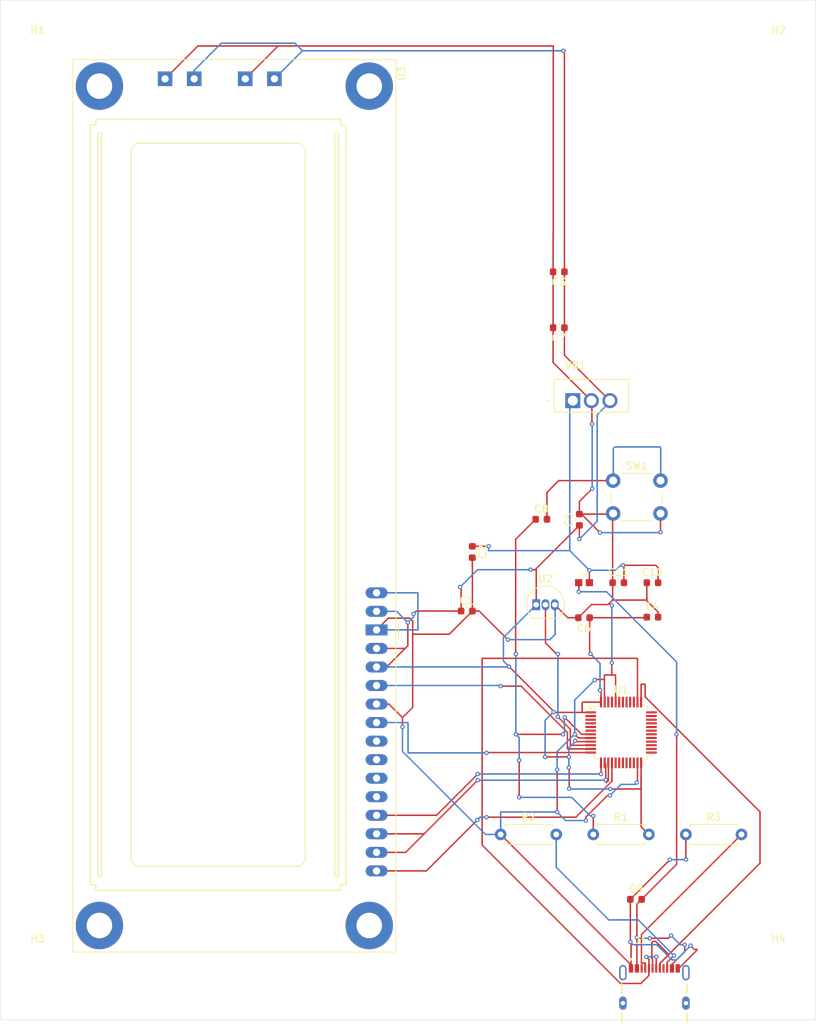
<source format=kicad_pcb>
(kicad_pcb (version 20240108) (generator "pcbnew") (generator_version "8.0")
  (layers (0 "F.Cu" signal) (31 "B.Cu" signal) (34 "B.Paste" user) (35 "F.Paste" user) (36 "B.SilkS" user "B.Silkscreen") (37 "F.SilkS" user "F.Silkscreen") (38 "B.Mask" user) (39 "F.Mask" user) (44 "Edge.Cuts" user))
  (net 0 "")
  (net 1 "5V")
  (net 2 "GND")
  (net 3 "USB_C")
  (net 4 "Net-(C8-Pad2)")
  (net 5 "NRST")
  (net 6 "+VUSB")
  (net 7 "/USB_CC1")
  (net 8 "DN")
  (net 12 "DP")
  (net 15 "/USB_CC2")
  (net 26 "E")
  (net 29 "D5")
  (net 34 "Temperature")
  (net 39 "D6")
  (net 46 "D4")
  (net 52 "RS")
  (footprint "Capacitor_SMD:C_0603_1608Metric" (layer "F.Cu") (at 127.095 102.4118)
    (property "Reference" "C10")
    (property "Value" "100nF")
  )
  (footprint "Capacitor_SMD:C_0603_1608Metric" (layer "F.Cu") (at 122.405 102.4118)
    (property "Reference" "C11")
    (property "Value" "4uF")
  )
  (footprint "Capacitor_SMD:C_0603_1608Metric" (layer "F.Cu") (at 124.835 145.79)
    (property "Reference" "C9")
    (property "Value" "100nF")
  )
  (footprint "Resistor_THT:R_Axial_DIN0207_L6.3mm_D2.5mm_P7.62mm_Horizontal" (layer "F.Cu") (at 118.98 136.9)
    (property "Reference" "R1")
    (property "Value" "10k")
  )
  (footprint "Capacitor_SMD:C_0603_1608Metric" (layer "F.Cu") (at 101.6318 106.293)
    (property "Reference" "C1")
    (property "Value" "100nF")
  )
  (footprint "Capacitor_SMD:C_0603_1608Metric" (layer "F.Cu") (at 114.2472 59.812 180)
    (property "Reference" "C3")
    (property "Value" "100nF")
  )
  (footprint "Resistor_THT:R_Axial_DIN0207_L6.3mm_D2.5mm_P7.62mm_Horizontal" (layer "F.Cu") (at 131.68 136.9)
    (property "Reference" "R3")
    (property "Value" "5k1")
  )
  (footprint "Package_TO_SOT_THT:TO-92_Inline" (layer "F.Cu") (at 111.1568 105.4294)
    (property "Reference" "U2")
    (property "Value" "LM35-LP")
  )
  (footprint "MountingHole:MountingHole_2.5mm" (layer "F.Cu") (at 144.38 154.68)
    (property "Reference" "H4")
    (property "Value" "MountingHole")
  )
  (footprint "Button_Switch_THT:SW_PUSH_6mm_H5mm" (layer "F.Cu") (at 121.699 88.422)
    (property "Reference" "SW1")
    (property "Value" "SW_Push")
  )
  (footprint "Capacitor_SMD:C_0603_1608Metric" (layer "F.Cu") (at 117.075 93.7832 90)
    (property "Reference" "C5")
    (property "Value" "100nF")
  )
  (footprint "Capacitor_SMD:C_0603_1608Metric" (layer "F.Cu") (at 114.2472 67.47255 180)
    (property "Reference" "C7")
    (property "Value" "100nF")
  )
  (footprint "MountingHole:MountingHole_2.5mm" (layer "F.Cu") (at 42.78 30.22)
    (property "Reference" "H1")
    (property "Value" "MountingHole")
  )
  (footprint "Package_QFP:LQFP-48_7x7mm_P0.5mm" (layer "F.Cu") (at 122.79 122.93)
    (property "Reference" "U1")
    (property "Value" "STM32F030C8Tx")
  )
  (footprint "Display:LCD-016N002L" (layer "F.Cu") (at 89.262 108.875 -90)
    (property "Reference" "U3")
    (property "Value" "LCD-016N002L")
  )
  (footprint "Library:TO255P1020X450X2000-3" (layer "F.Cu") (at 118.716 76.8015)
    (property "Reference" "VR1")
    (property "Value" "L7805")
  )
  (footprint "Capacitor_SMD:C_0603_1608Metric" (layer "F.Cu") (at 111.855 93.72)
    (property "Reference" "C8")
    (property "Value" "100nF")
  )
  (footprint "Library:GCT_USB4105-GF-A-060" (layer "F.Cu") (at 127.36 160.014)
    (property "Reference" "J1")
    (property "Value" "USB4105-GF-A-060")
    (fp_line (start -4.62 0.4) (end -4.62 -0.4) (stroke (width 0.01)) (layer "Edge.Cuts"))
    (fp_line (start -4.02 -0.4) (end -4.02 0.4) (stroke (width 0.01)) (layer "Edge.Cuts"))
    (fp_line (start 4.02 0.4) (end 4.02 -0.4) (stroke (width 0.01)) (layer "Edge.Cuts"))
    (fp_line (start 4.62 -0.4) (end 4.62 0.4) (stroke (width 0.01)) (layer "Edge.Cuts"))
    (fp_arc (start -4.62 -0.4) (mid -4.532132 -0.612132) (end -4.32 -0.7) (stroke (width 0.01)) (layer "Edge.Cuts"))
    (fp_arc (start -4.32 -0.7) (mid -4.107868 -0.612132) (end -4.02 -0.4) (stroke (width 0.01)) (layer "Edge.Cuts"))
    (fp_arc (start -4.32 0.7) (mid -4.532132 0.612132) (end -4.62 0.4) (stroke (width 0.01)) (layer "Edge.Cuts"))
    (fp_arc (start -4.02 0.4) (mid -4.107868 0.612132) (end -4.32 0.7) (stroke (width 0.01)) (layer "Edge.Cuts"))
    (fp_arc (start 4.02 -0.4) (mid 4.107868 -0.612132) (end 4.32 -0.7) (stroke (width 0.01)) (layer "Edge.Cuts"))
    (fp_arc (start 4.32 -0.7) (mid 4.532132 -0.612132) (end 4.62 -0.4) (stroke (width 0.01)) (layer "Edge.Cuts"))
    (fp_arc (start 4.32 0.7) (mid 4.107868 0.612132) (end 4.02 0.4) (stroke (width 0.01)) (layer "Edge.Cuts"))
    (fp_arc (start 4.62 0.4) (mid 4.532132 0.612132) (end 4.32 0.7) (stroke (width 0.01)) (layer "Edge.Cuts"))
  )
  (footprint "MountingHole:MountingHole_2.5mm" (layer "F.Cu") (at 42.78 154.68)
    (property "Reference" "H3")
    (property "Value" "MountingHole")
  )
  (footprint "Library:BEADC1608X75N" (layer "F.Cu") (at 117.71 102.4068)
    (property "Reference" "FL1")
    (property "Value" "BLM18KG121TN1D")
  )
  (footprint "MountingHole:MountingHole_2.5mm" (layer "F.Cu") (at 144.38 30.22)
    (property "Reference" "H2")
    (property "Value" "MountingHole")
  )
  (footprint "Resistor_THT:R_Axial_DIN0207_L6.3mm_D2.5mm_P7.62mm_Horizontal" (layer "F.Cu") (at 106.28 136.9)
    (property "Reference" "R2")
    (property "Value" "5k1" (hide yes))
  )
  (footprint "Capacitor_SMD:C_0603_1608Metric" (layer "F.Cu") (at 127.095 107.1312)
    (property "Reference" "C4")
    (property "Value" "100nF")
  )
  (footprint "Capacitor_SMD:C_0603_1608Metric" (layer "F.Cu") (at 102.3938 98.2028 -90)
    (property "Reference" "C2")
    (property "Value" "0.33uF" (hide yes))
  )
  (footprint "Capacitor_SMD:C_0603_1608Metric" (layer "F.Cu") (at 117.705 107.2074 180)
    (property "Reference" "C6")
    (property "Value" "100nF")
  )
  (gr_line (start 149.46 22.6) (end 37.7 22.6) (stroke (width 0.05)) (layer "Edge.Cuts"))
  (gr_line (start 37.7 162.3) (end 149.46 162.3) (stroke (width 0.05)) (layer "Edge.Cuts"))
  (gr_line (start 37.7 22.6) (end 37.7 162.3) (stroke (width 0.05)) (layer "Edge.Cuts"))
  (gr_line (start 149.46 162.3) (end 149.46 22.6) (stroke (width 0.05)) (layer "Edge.Cuts"))
  (segment (start 125.54 135.84) (end 126.6 136.9) (width 0.2) (layer "F.Cu") (net 1))
  (segment (start 118.48 112.0414) (end 118.48 107.2074) (width 0.2) (layer "F.Cu") (net 1))
  (segment (start 110.3694 100.6288) (end 111.0044 100.6288) (width 0.2) (layer "F.Cu") (net 1))
  (segment (start 113.585831 120.18) (end 113.5286 120.122769) (width 0.2) (layer "F.Cu") (net 1))
  (segment (start 117.456 120.18) (end 118.6275 120.18) (width 0.2) (layer "F.Cu") (net 1))
  (segment (start 120.04 118.7675) (end 117.5545 118.7675) (width 0.2) (layer "F.Cu") (net 1))
  (segment (start 113.70612 120.18) (end 113.585831 120.18) (width 0.2) (layer "F.Cu") (net 1))
  (segment (start 93.5546 111.0428) (end 93.1824 111.415) (width 0.2) (layer "F.Cu") (net 1))
  (segment (start 118.599 112.1604) (end 118.48 112.0414) (width 0.2) (layer "F.Cu") (net 1))
  (segment (start 117.075 94.5582) (end 111.1568 100.4764) (width 0.2) (layer "F.Cu") (net 1))
  (segment (start 115.0222 59.812) (end 115.0222 67.47255) (width 0.2) (layer "F.Cu") (net 1))
  (segment (start 117.456 118.866) (end 117.456 120.18) (width 0.2) (layer "F.Cu") (net 1))
  (segment (start 116.5908 124.18) (end 118.6275 124.18) (width 0.2) (layer "F.Cu") (net 1))
  (segment (start 115.0222 71.2456) (end 121.3422 77.5656) (width 0.2) (layer "F.Cu") (net 1))
  (segment (start 120.04 118.7675) (end 120.04 117.3002) (width 0.2) (layer "F.Cu") (net 1))
  (segment (start 93.5546 107.8678) (end 93.5546 111.0428) (width 0.2) (layer "F.Cu") (net 1))
  (segment (start 113.70612 120.18) (end 117.456 120.18) (width 0.2) (layer "F.Cu") (net 1))
  (segment (start 111.1568 100.4764) (end 111.1568 105.4294) (width 0.2) (layer "F.Cu") (net 1))
  (segment (start 115.0222 67.47255) (end 115.0222 71.2456) (width 0.2) (layer "F.Cu") (net 1))
  (segment (start 116.4908 124.08) (end 116.5908 124.18) (width 0.2) (layer "F.Cu") (net 1))
  (segment (start 120.04 117.3002) (end 119.904 117.1642) (width 0.2) (layer "F.Cu") (net 1))
  (segment (start 111.0044 100.6288) (end 111.1568 100.4764) (width 0.2) (layer "F.Cu") (net 1))
  (segment (start 125.54 128.8482) (end 125.54 135.84) (width 0.2) (layer "F.Cu") (net 1))
  (segment (start 115.0222 29.6658) (end 114.8906 29.5342) (width 0.2) (layer "F.Cu") (net 1))
  (segment (start 100.8568 106.293) (end 94.723 106.293) (width 0.2) (layer "F.Cu") (net 1))
  (segment (start 115.0222 59.812) (end 115.0222 29.6658) (width 0.2) (layer "F.Cu") (net 1))
  (segment (start 100.8568 103.1558) (end 100.7174 103.0164) (width 0.2) (layer "F.Cu") (net 1))
  (segment (start 125.54 127.0925) (end 125.54 128.8482) (width 0.2) (layer "F.Cu") (net 1))
  (segment (start 115.678 127.7814) (end 115.6272 127.7306) (width 0.2) (layer "F.Cu") (net 1))
  (segment (start 93.1824 111.415) (end 89.262 111.415) (width 0.2) (layer "F.Cu") (net 1))
  (segment (start 117.5545 118.7675) (end 117.456 118.866) (width 0.2) (layer "F.Cu") (net 1))
  (segment (start 125.54 128.8482) (end 125.54 130.672908) (width 0.2) (layer "F.Cu") (net 1))
  (segment (start 113.70612 120.18) (end 107.43106 113.90494) (width 0.2) (layer "F.Cu") (net 1))
  (segment (start 115.678 130.6262) (end 115.678 127.7814) (width 0.2) (layer "F.Cu") (net 1))
  (segment (start 125.54 130.672908) (end 121.312708 130.672908) (width 0.2) (layer "F.Cu") (net 1))
  (segment (start 90.6424 113.955) (end 93.1824 111.415) (width 0.2) (layer "F.Cu") (net 1))
  (segment (start 89.262 113.955) (end 90.6424 113.955) (width 0.2) (layer "F.Cu") (net 1))
  (segment (start 94.342 106.674) (end 94.335 106.674) (width 0.2) (layer "F.Cu") (net 1))
  (segment (start 94.723 106.293) (end 94.342 106.674) (width 0.2) (layer "F.Cu") (net 1))
  (segment (start 126.2438 107.2074) (end 126.32 107.1312) (width 0.2) (layer "F.Cu") (net 1))
  (segment (start 112.376 126.28) (end 115.6272 126.28) (width 0.2) (layer "F.Cu") (net 1))
  (segment (start 117.075 96.4378) (end 117.075 94.5582) (width 0.2) (layer "F.Cu") (net 1))
  (segment (start 100.8568 106.293) (end 100.8568 103.1558) (width 0.2) (layer "F.Cu") (net 1))
  (segment (start 118.48 107.2074) (end 126.2438 107.2074) (width 0.2) (layer "F.Cu") (net 1))
  (via (at 107.43106 113.90494) (size 0.6) (drill 0.3) (layers "F.Cu" "B.Cu") (net 1))
  (via (at 110.3694 100.6288) (size 0.6) (drill 0.3) (layers "F.Cu" "B.Cu") (net 1))
  (via (at 93.5546 107.8678) (size 0.6) (drill 0.3) (layers "F.Cu" "B.Cu") (net 1))
  (via (at 113.5286 120.122769) (size 0.6) (drill 0.3) (layers "F.Cu" "B.Cu") (net 1))
  (via (at 115.678 130.6262) (size 0.6) (drill 0.3) (layers "F.Cu" "B.Cu") (net 1))
  (via (at 118.599 112.1604) (size 0.6) (drill 0.3) (layers "F.Cu" "B.Cu") (net 1))
  (via (at 115.6272 126.28) (size 0.6) (drill 0.3) (layers "F.Cu" "B.Cu") (net 1))
  (via (at 116.4908 124.08) (size 0.6) (drill 0.3) (layers "F.Cu" "B.Cu") (net 1))
  (via (at 121.312708 130.672908) (size 0.6) (drill 0.3) (layers "F.Cu" "B.Cu") (net 1))
  (via (at 94.335 106.674) (size 0.6) (drill 0.3) (layers "F.Cu" "B.Cu") (net 1))
  (via (at 117.075 96.4378) (size 0.6) (drill 0.3) (layers "F.Cu" "B.Cu") (net 1))
  (via (at 114.8906 29.5342) (size 0.6) (drill 0.3) (layers "F.Cu" "B.Cu") (net 1))
  (via (at 119.904 117.1642) (size 0.6) (drill 0.3) (layers "F.Cu" "B.Cu") (net 1))
  (via (at 112.376 126.28) (size 0.6) (drill 0.3) (layers "F.Cu" "B.Cu") (net 1))
  (via (at 115.6272 127.7306) (size 0.6) (drill 0.3) (layers "F.Cu" "B.Cu") (net 1))
  (via (at 100.7174 103.0164) (size 0.6) (drill 0.3) (layers "F.Cu" "B.Cu") (net 1))
  (segment (start 94.335 106.674) (end 94.335 107.0874) (width 0.2) (layer "B.Cu") (net 1))
  (segment (start 106.661 109.9252) (end 106.661 113.13488) (width 0.2) (layer "B.Cu") (net 1))
  (segment (start 92.0218 106.335) (end 93.5546 107.8678) (width 0.2) (layer "B.Cu") (net 1))
  (segment (start 121.312708 130.672908) (end 115.724708 130.672908) (width 0.2) (layer "B.Cu") (net 1))
  (segment (start 89.262 106.335) (end 92.0218 106.335) (width 0.2) (layer "B.Cu") (net 1))
  (segment (start 64.262 33.375) (end 64.262 32.2076) (width 0.2) (layer "B.Cu") (net 1))
  (segment (start 119.904 113.4654) (end 119.904 117.1642) (width 0.2) (layer "B.Cu") (net 1))
  (segment (start 119.5134 90.3672) (end 119.5134 93.9994) (width 0.2) (layer "B.Cu") (net 1))
  (segment (start 111.1568 105.4294) (end 106.661 109.9252) (width 0.2) (layer "B.Cu") (net 1))
  (segment (start 115.724708 130.672908) (end 115.678 130.6262) (width 0.2) (layer "B.Cu") (net 1))
  (segment (start 121.3422 77.5656) (end 119.5134 79.3944) (width 0.2) (layer "B.Cu") (net 1))
  (segment (start 113.5286 120.122769) (end 112.376 121.275369) (width 0.2) (layer "B.Cu") (net 1))
  (segment (start 118.599 112.1604) (end 119.904 113.4654) (width 0.2) (layer "B.Cu") (net 1))
  (segment (start 107.381 113.955) (end 89.262 113.955) (width 0.2) (layer "B.Cu") (net 1))
  (segment (start 119.5134 93.9994) (end 117.075 96.4378) (width 0.2) (layer "B.Cu") (net 1))
  (segment (start 112.376 121.275369) (end 112.376 126.28) (width 0.2) (layer "B.Cu") (net 1))
  (segment (start 115.6272 125.0382) (end 116.4908 124.1746) (width 0.2) (layer "B.Cu") (net 1))
  (segment (start 115.6272 127.7306) (end 115.6272 125.0382) (width 0.2) (layer "B.Cu") (net 1))
  (segment (start 119.5134 79.3944) (end 119.5134 90.3672) (width 0.2) (layer "B.Cu") (net 1))
  (segment (start 116.4908 124.1746) (end 116.4908 124.08) (width 0.2) (layer "B.Cu") (net 1))
  (segment (start 67.9768 28.4928) (end 78.0614 28.4928) (width 0.2) (layer "B.Cu") (net 1))
  (segment (start 78.0614 28.4928) (end 79.1028 29.5342) (width 0.2) (layer "B.Cu") (net 1))
  (segment (start 103.105 100.6288) (end 100.7174 103.0164) (width 0.2) (layer "B.Cu") (net 1))
  (segment (start 94.335 107.0874) (end 93.5546 107.8678) (width 0.2) (layer "B.Cu") (net 1))
  (segment (start 110.3694 100.6288) (end 103.105 100.6288) (width 0.2) (layer "B.Cu") (net 1))
  (segment (start 106.661 113.13488) (end 107.43106 113.90494) (width 0.2) (layer "B.Cu") (net 1))
  (segment (start 114.8906 29.5342) (end 79.1028 29.5342) (width 0.2) (layer "B.Cu") (net 1))
  (segment (start 107.43106 113.90494) (end 107.381 113.955) (width 0.2) (layer "B.Cu") (net 1))
  (segment (start 79.1028 29.5342) (end 75.262 33.375) (width 0.2) (layer "B.Cu") (net 1))
  (segment (start 64.262 32.2076) (end 67.9768 28.4928) (width 0.2) (layer "B.Cu") (net 1))
  (segment (start 126.346 104.515) (end 126.32 104.489) (width 0.2) (layer "F.Cu") (net 2))
  (segment (start 129.4702 140.3798) (end 129.4702 140.3544) (width 0.2) (layer "F.Cu") (net 2))
  (segment (start 120.54 118.7675) (end 120.54 117.99759) (width 0.2) (layer "F.Cu") (net 2))
  (segment (start 131.7054 140.0496) (end 131.68 140.0242) (width 0.2) (layer "F.Cu") (net 2))
  (segment (start 90.8692 107.2678) (end 93.803129 107.2678) (width 0.2) (layer "F.Cu") (net 2))
  (segment (start 117.964 134.995) (end 117.964 134.527471) (width 0.2) (layer "F.Cu") (net 2))
  (segment (start 118.7922 80.2734) (end 118.7922 77.5656) (width 0.2) (layer "F.Cu") (net 2))
  (segment (start 124.16 151.732) (end 124.06 151.632) (width 0.2) (layer "F.Cu") (net 2))
  (segment (start 128.199 95.4968) (end 128.199 92.922) (width 0.2) (layer "F.Cu") (net 2))
  (segment (start 114.027 128.0196) (end 114.027 133.8266) (width 0.2) (layer "F.Cu") (net 2))
  (segment (start 118.8022 80.6644) (end 118.8022 80.2834) (width 0.2) (layer "F.Cu") (net 2))
  (segment (start 126.2274 104.786) (end 126.346 104.6674) (width 0.2) (layer "F.Cu") (net 2))
  (segment (start 117.964 134.527471) (end 120.925471 131.566) (width 0.2) (layer "F.Cu") (net 2))
  (segment (start 113.4936 28.8738) (end 75.7632 28.8738) (width 0.2) (layer "F.Cu") (net 2))
  (segment (start 117.075 93.0082) (end 117.075 91.2816) (width 0.2) (layer "F.Cu") (net 2))
  (segment (start 102.4068 106.293) (end 102.4068 100.1846) (width 0.2) (layer "F.Cu") (net 2))
  (segment (start 113.4722 54.564741) (end 113.4936 54.543341) (width 0.2) (layer "F.Cu") (net 2))
  (segment (start 117.075 93.0082) (end 117.3538 93.0082) (width 0.2) (layer "F.Cu") (net 2))
  (segment (start 116.93 107.2074) (end 115.4748 107.2074) (width 0.2) (layer "F.Cu") (net 2))
  (segment (start 125.04 129.688) (end 125.04 127.0925) (width 0.2) (layer "F.Cu") (net 2))
  (segment (start 130.56 155.395) (end 133.204 152.751) (width 0.2) (layer "F.Cu") (net 2))
  (segment (start 117.3538 93.0082) (end 119.8944 95.5488) (width 0.2) (layer "F.Cu") (net 2))
  (segment (start 107.261 110.209765) (end 103.344235 106.293) (width 0.2) (layer "F.Cu") (net 2))
  (segment (start 131.68 140.0242) (end 131.68 136.9) (width 0.2) (layer "F.Cu") (net 2))
  (segment (start 133.204 152.751) (end 133.204 152.648) (width 0.2) (layer "F.Cu") (net 2))
  (segment (start 64.7632 28.8738) (end 75.7632 28.8738) (width 0.2) (layer "F.Cu") (net 2))
  (segment (start 113.4722 59.812) (end 113.4722 67.47255) (width 0.2) (layer "F.Cu") (net 2))
  (segment (start 121.63 92.991) (end 121.699 92.922) (width 0.2) (layer "F.Cu") (net 2))
  (segment (start 124.06 145.79) (end 124.06 151.632) (width 0.2) (layer "F.Cu") (net 2))
  (segment (start 120.925471 131.566) (end 121.266 131.566) (width 0.2) (layer "F.Cu") (net 2))
  (segment (start 92.818 120.898) (end 90.955 119.035) (width 0.2) (layer "F.Cu") (net 2))
  (segment (start 124.06 145.79) (end 129.4702 140.3798) (width 0.2) (layer "F.Cu") (net 2))
  (segment (start 131.7054 140.329) (end 131.7054 140.0496) (width 0.2) (layer "F.Cu") (net 2))
  (segment (start 94.215 119.501) (end 92.818 120.898) (width 0.2) (layer "F.Cu") (net 2))
  (segment (start 94.215 109.468) (end 94.215 119.501) (width 0.2) (layer "F.Cu") (net 2))
  (segment (start 113.4722 67.47255) (end 113.4722 72.2456) (width 0.2) (layer "F.Cu") (net 2))
  (segment (start 93.803129 107.2678) (end 94.215 107.679671) (width 0.2) (layer "F.Cu") (net 2))
  (segment (start 102.4068 106.293) (end 99.2318 109.468) (width 0.2) (layer "F.Cu") (net 2))
  (segment (start 121.52 105.531) (end 121.428982 105.531) (width 0.2) (layer "F.Cu") (net 2))
  (segment (start 99.2318 109.468) (end 94.215 109.468) (width 0.2) (layer "F.Cu") (net 2))
  (segment (start 120.54 117.99759) (end 120.504 117.96159) (width 0.2) (layer "F.Cu") (net 2))
  (segment (start 116.939329 123.68) (end 116.443329 123.184) (width 0.2) (layer "F.Cu") (net 2))
  (segment (start 118.7334 105.404) (end 121.012 105.404) (width 0.2) (layer "F.Cu") (net 2))
  (segment (start 116.443329 123.184) (end 116.434635 123.184) (width 0.2) (layer "F.Cu") (net 2))
  (segment (start 118.6275 123.68) (end 116.939329 123.68) (width 0.2) (layer "F.Cu") (net 2))
  (segment (start 121.012 105.404) (end 121.156991 105.259009) (width 0.2) (layer "F.Cu") (net 2))
  (segment (start 113.4722 72.2456) (end 118.7922 77.5656) (width 0.2) (layer "F.Cu") (net 2))
  (segment (start 128.2002 95.498) (end 128.199 95.4968) (width 0.2) (layer "F.Cu") (net 2))
  (segment (start 119.1832 115.7418) (end 119.2594 115.6656) (width 0.2) (layer "F.Cu") (net 2))
  (segment (start 90.955 119.035) (end 89.262 119.035) (width 0.2) (layer "F.Cu") (net 2))
  (segment (start 124.94 129.788) (end 125.04 129.688) (width 0.2) (layer "F.Cu") (net 2))
  (segment (start 133.204 152.648) (end 132.823 152.648) (width 0.2) (layer "F.Cu") (net 2))
  (segment (start 120.504 117.96159) (end 120.504 115.6656) (width 0.2) (layer "F.Cu") (net 2))
  (segment (start 126.32 104.489) (end 126.32 102.4118) (width 0.2) (layer "F.Cu") (net 2))
  (segment (start 132.823 152.648) (end 132.315 152.14) (width 0.2) (layer "F.Cu") (net 2))
  (segment (start 115.4748 107.2074) (end 113.6968 105.4294) (width 0.2) (layer "F.Cu") (net 2))
  (segment (start 122.04 115.576) (end 122.04 118.7675) (width 0.2) (layer "F.Cu") (net 2))
  (segment (start 103.344235 106.293) (end 102.4068 106.293) (width 0.2) (layer "F.Cu") (net 2))
  (segment (start 117.075 93.0082) (end 121.6128 93.0082) (width 0.2) (layer "F.Cu") (net 2))
  (segment (start 127.87 106.4286) (end 127.87 107.1312) (width 0.2) (layer "F.Cu") (net 2))
  (segment (start 120.504 115.6656) (end 120.504 115.056) (width 0.2) (layer "F.Cu") (net 2))
  (segment (start 126.2274 104.786) (end 127.87 106.4286) (width 0.2) (layer "F.Cu") (net 2))
  (segment (start 119.2594 115.6656) (end 120.504 115.6656) (width 0.2) (layer "F.Cu") (net 2))
  (segment (start 94.215 107.679671) (end 94.215 109.468) (width 0.2) (layer "F.Cu") (net 2))
  (segment (start 121.63 104.786) (end 121.63 102.4118) (width 0.2) (layer "F.Cu") (net 2))
  (segment (start 75.7632 28.8738) (end 71.262 33.375) (width 0.2) (layer "F.Cu") (net 2))
  (segment (start 116.93 107.2074) (end 118.7334 105.404) (width 0.2) (layer "F.Cu") (net 2))
  (segment (start 102.3938 100.1716) (end 102.3938 98.9778) (width 0.2) (layer "F.Cu") (net 2))
  (segment (start 120.504 115.056) (end 121.52 115.056) (width 0.2) (layer "F.Cu") (net 2))
  (segment (start 121.63 102.4118) (end 121.63 92.991) (width 0.2) (layer "F.Cu") (net 2))
  (segment (start 89.262 108.875) (end 90.8692 107.2678) (width 0.2) (layer "F.Cu") (net 2))
  (segment (start 102.4068 100.1846) (end 102.3938 100.1716) (width 0.2) (layer "F.Cu") (net 2))
  (segment (start 60.262 33.375) (end 64.7632 28.8738) (width 0.2) (layer "F.Cu") (net 2))
  (segment (start 124.16 155.395) (end 124.16 154.78) (width 0.2) (layer "F.Cu") (net 2))
  (segment (start 121.52 115.056) (end 121.52 113.37) (width 0.2) (layer "F.Cu") (net 2))
  (segment (start 126.346 104.6674) (end 126.346 104.515) (width 0.2) (layer "F.Cu") (net 2))
  (segment (start 124.16 155.395) (end 124.16 151.732) (width 0.2) (layer "F.Cu") (net 2))
  (segment (start 113.4936 54.543341) (end 113.4936 28.8738) (width 0.2) (layer "F.Cu") (net 2))
  (segment (start 118.8022 80.2834) (end 118.7922 80.2734) (width 0.2) (layer "F.Cu") (net 2))
  (segment (start 122.028 115.056) (end 122.028 115.564) (width 0.2) (layer "F.Cu") (net 2))
  (segment (start 121.6128 93.0082) (end 121.699 92.922) (width 0.2) (layer "F.Cu") (net 2))
  (segment (start 121.63 104.786) (end 126.2274 104.786) (width 0.2) (layer "F.Cu") (net 2))
  (segment (start 117.075 91.2816) (end 118.8276 89.529) (width 0.2) (layer "F.Cu") (net 2))
  (segment (start 124.16 154.78) (end 106.28 136.9) (width 0.2) (layer "F.Cu") (net 2))
  (segment (start 92.818 122.175) (end 92.818 120.898) (width 0.2) (layer "F.Cu") (net 2))
  (segment (start 122.028 115.564) (end 122.04 115.576) (width 0.2) (layer "F.Cu") (net 2))
  (segment (start 113.4722 59.812) (end 113.4722 54.564741) (width 0.2) (layer "F.Cu") (net 2))
  (segment (start 121.52 115.056) (end 122.028 115.056) (width 0.2) (layer "F.Cu") (net 2))
  (segment (start 121.428982 105.531) (end 121.156991 105.259009) (width 0.2) (layer "F.Cu") (net 2))
  (segment (start 121.156991 105.259009) (end 121.63 104.786) (width 0.2) (layer "F.Cu") (net 2))
  (via (at 129.4702 140.3544) (size 0.6) (drill 0.3) (layers "F.Cu" "B.Cu") (net 2))
  (via (at 116.434635 123.184) (size 0.6) (drill 0.3) (layers "F.Cu" "B.Cu") (net 2))
  (via (at 128.2002 95.498) (size 0.6) (drill 0.3) (layers "F.Cu" "B.Cu") (net 2))
  (via (at 132.315 152.14) (size 0.6) (drill 0.3) (layers "F.Cu" "B.Cu") (net 2))
  (via (at 121.266 131.566) (size 0.6) (drill 0.3) (layers "F.Cu" "B.Cu") (net 2))
  (via (at 114.027 128.0196) (size 0.6) (drill 0.3) (layers "F.Cu" "B.Cu") (net 2))
  (via (at 119.1832 115.7418) (size 0.6) (drill 0.3) (layers "F.Cu" "B.Cu") (net 2))
  (via (at 132.315 152.14) (size 0.6) (drill 0.3) (layers "F.Cu" "B.Cu") (net 2))
  (via (at 124.94 129.788) (size 0.6) (drill 0.3) (layers "F.Cu" "B.Cu") (net 2))
  (via (at 121.52 105.531) (size 0.6) (drill 0.3) (layers "F.Cu" "B.Cu") (net 2))
  (via (at 114.027 133.8266) (size 0.6) (drill 0.3) (layers "F.Cu" "B.Cu") (net 2))
  (via (at 131.7054 140.329) (size 0.6) (drill 0.3) (layers "F.Cu" "B.Cu") (net 2))
  (via (at 119.8944 95.5488) (size 0.6) (drill 0.3) (layers "F.Cu" "B.Cu") (net 2))
  (via (at 124.06 151.632) (size 0.6) (drill 0.3) (layers "F.Cu" "B.Cu") (net 2))
  (via (at 118.8022 80.6644) (size 0.6) (drill 0.3) (layers "F.Cu" "B.Cu") (net 2))
  (via (at 118.8276 89.529) (size 0.6) (drill 0.3) (layers "F.Cu" "B.Cu") (net 2))
  (via (at 92.818 122.175) (size 0.6) (drill 0.3) (layers "F.Cu" "B.Cu") (net 2))
  (via (at 107.261 110.209765) (size 0.6) (drill 0.3) (layers "F.Cu" "B.Cu") (net 2))
  (via (at 117.964 134.995) (size 0.6) (drill 0.3) (layers "F.Cu" "B.Cu") (net 2))
  (via (at 121.52 113.37) (size 0.6) (drill 0.3) (layers "F.Cu" "B.Cu") (net 2))
  (segment (start 129.4702 140.3544) (end 131.553 140.3544) (width 0.2) (layer "B.Cu") (net 2))
  (segment (start 113.7476 105.7052) (end 113.7476 109.4934) (width 0.2) (layer "B.Cu") (net 2))
  (segment (start 94.935 108.8926) (end 94.9174 108.875) (width 0.2) (layer "B.Cu") (net 2))
  (segment (start 121.266 131.566) (end 121.268145 131.566) (width 0.2) (layer "B.Cu") (net 2))
  (segment (start 104.190315 136.9) (end 92.818 125.527685) (width 0.2) (layer "B.Cu") (net 2))
  (segment (start 116.3892 123.184) (end 114.4932 125.08) (width 0.2) (layer "B.Cu") (net 2))
  (segment (start 106.28 133.852) (end 106.28 136.9) (width 0.2) (layer "B.Cu") (net 2))
  (segment (start 106.3054 133.8266) (end 106.28 133.852) (width 0.2) (layer "B.Cu") (net 2))
  (segment (start 115.1954 134.995) (end 117.964 134.995) (width 0.2) (layer "B.Cu") (net 2))
  (segment (start 124.686 130.042) (end 124.94 129.788) (width 0.2) (layer "B.Cu") (net 2))
  (segment (start 94.935 103.795) (end 94.935 108.8926) (width 0.2) (layer "B.Cu") (net 2))
  (segment (start 131.6546 140.456) (end 131.7054 140.4052) (width 0.2) (layer "B.Cu") (net 2))
  (segment (start 122.792145 130.042) (end 124.686 130.042) (width 0.2) (layer "B.Cu") (net 2))
  (segment (start 116.434635 123.184) (end 116.434635 118.490365) (width 0.2) (layer "B.Cu") (net 2))
  (segment (start 94.9174 108.875) (end 89.262 108.875) (width 0.2) (layer "B.Cu") (net 2))
  (segment (start 130.362135 154.092865) (end 132.315 152.14) (width 0.2) (layer "B.Cu") (net 2))
  (segment (start 118.8276 89.529) (end 118.8276 80.6898) (width 0.2) (layer "B.Cu") (net 2))
  (segment (start 121.268145 131.566) (end 122.792145 130.042) (width 0.2) (layer "B.Cu") (net 2))
  (segment (start 89.262 103.795) (end 94.935 103.795) (width 0.2) (layer "B.Cu") (net 2))
  (segment (start 92.818 125.527685) (end 92.818 122.175) (width 0.2) (layer "B.Cu") (net 2))
  (segment (start 121.52 105.548991) (end 121.52 105.531) (width 0.2) (layer "B.Cu") (net 2))
  (segment (start 132.315 152.267) (end 132.315 152.14) (width 0.2) (layer "B.Cu") (net 2))
  (segment (start 131.553 140.3544) (end 131.6546 140.456) (width 0.2) (layer "B.Cu") (net 2))
  (segment (start 124.441 152.013) (end 127.707271 152.013) (width 0.2) (layer "B.Cu") (net 2))
  (segment (start 128.1494 95.5488) (end 128.2002 95.498) (width 0.2) (layer "B.Cu") (net 2))
  (segment (start 114.027 125.5462) (end 114.027 128.0196) (width 0.2) (layer "B.Cu") (net 2))
  (segment (start 114.027 133.8266) (end 115.1954 134.995) (width 0.2) (layer "B.Cu") (net 2))
  (segment (start 118.8276 80.6898) (end 118.8022 80.6644) (width 0.2) (layer "B.Cu") (net 2))
  (segment (start 113.031235 110.209765) (end 107.261 110.209765) (width 0.2) (layer "B.Cu") (net 2))
  (segment (start 114.4932 125.08) (end 114.027 125.5462) (width 0.2) (layer "B.Cu") (net 2))
  (segment (start 127.707271 152.013) (end 129.787136 154.092865) (width 0.2) (layer "B.Cu") (net 2))
  (segment (start 113.6968 105.6544) (end 113.7476 105.7052) (width 0.2) (layer "B.Cu") (net 2))
  (segment (start 116.434635 123.184) (end 116.3892 123.184) (width 0.2) (layer "B.Cu") (net 2))
  (segment (start 113.6968 105.4294) (end 113.6968 105.6544) (width 0.2) (layer "B.Cu") (net 2))
  (segment (start 121.52 113.37) (end 121.52 105.548991) (width 0.2) (layer "B.Cu") (net 2))
  (segment (start 119.8944 95.5488) (end 128.1494 95.5488) (width 0.2) (layer "B.Cu") (net 2))
  (segment (start 129.787136 154.092865) (end 130.362135 154.092865) (width 0.2) (layer "B.Cu") (net 2))
  (segment (start 113.7476 109.4934) (end 113.031235 110.209765) (width 0.2) (layer "B.Cu") (net 2))
  (segment (start 106.28 136.9) (end 104.190315 136.9) (width 0.2) (layer "B.Cu") (net 2))
  (segment (start 116.434635 118.490365) (end 119.1832 115.7418) (width 0.2) (layer "B.Cu") (net 2))
  (segment (start 114.027 133.8266) (end 106.3054 133.8266) (width 0.2) (layer "B.Cu") (net 2))
  (segment (start 131.7054 140.4052) (end 131.7054 140.329) (width 0.2) (layer "B.Cu") (net 2))
  (segment (start 124.06 151.632) (end 124.441 152.013) (width 0.2) (layer "B.Cu") (net 2))
  (segment (start 123.18 100.1298) (end 123.0694 100.0192) (width 0.2) (layer "F.Cu") (net 3))
  (segment (start 118.4466 102.4052) (end 118.445 102.4068) (width 0.2) (layer "F.Cu") (net 3))
  (segment (start 127.87 100.3494) (end 127.5398 100.0192) (width 0.2) (layer "F.Cu") (net 3))
  (segment (start 127.5398 100.0192) (end 123.0694 100.0192) (width 0.2) (layer "F.Cu") (net 3))
  (segment (start 127.87 102.4118) (end 127.87 100.3494) (width 0.2) (layer "F.Cu") (net 3))
  (segment (start 123.18 102.4118) (end 123.18 100.1298) (width 0.2) (layer "F.Cu") (net 3))
  (segment (start 118.4466 100.705) (end 118.4466 102.4052) (width 0.2) (layer "F.Cu") (net 3))
  (segment (start 104.6042 97.4278) (end 104.629 97.403) (width 0.2) (layer "F.Cu") (net 3))
  (segment (start 102.3938 97.4278) (end 104.6042 97.4278) (width 0.2) (layer "F.Cu") (net 3))
  (via (at 118.4466 100.705) (size 0.6) (drill 0.3) (layers "F.Cu" "B.Cu") (net 3))
  (via (at 104.629 97.403) (size 0.6) (drill 0.3) (layers "F.Cu" "B.Cu") (net 3))
  (via (at 123.0694 100.0192) (size 0.6) (drill 0.3) (layers "F.Cu" "B.Cu") (net 3))
  (segment (start 122.7392 100.0192) (end 122.0534 100.705) (width 0.2) (layer "B.Cu") (net 3))
  (segment (start 104.629 97.403) (end 104.629 97.9872) (width 0.2) (layer "B.Cu") (net 3))
  (segment (start 115.7542 98.0126) (end 104.6036 98.0126) (width 0.2) (layer "B.Cu") (net 3))
  (segment (start 123.0694 100.0192) (end 122.7392 100.0192) (width 0.2) (layer "B.Cu") (net 3))
  (segment (start 115.7542 98.0126) (end 118.4466 100.705) (width 0.2) (layer "B.Cu") (net 3))
  (segment (start 116.2422 77.5656) (end 115.7542 78.0536) (width 0.2) (layer "B.Cu") (net 3))
  (segment (start 122.0534 100.705) (end 118.4466 100.705) (width 0.2) (layer "B.Cu") (net 3))
  (segment (start 115.7542 78.0536) (end 115.7542 98.0126) (width 0.2) (layer "B.Cu") (net 3))
  (segment (start 104.629 97.9872) (end 104.6036 98.0126) (width 0.2) (layer "B.Cu") (net 3))
  (segment (start 112.63 90.037) (end 114.2556 88.4114) (width 0.2) (layer "F.Cu") (net 4))
  (segment (start 114.2662 88.422) (end 121.699 88.422) (width 0.2) (layer "F.Cu") (net 4))
  (segment (start 112.63 93.72) (end 112.63 90.037) (width 0.2) (layer "F.Cu") (net 4))
  (segment (start 114.2556 88.4114) (end 114.2662 88.422) (width 0.2) (layer "F.Cu") (net 4))
  (segment (start 121.9288 83.814) (end 121.7244 84.0184) (width 0.2) (layer "B.Cu") (net 4))
  (segment (start 128.2244 83.9168) (end 128.1216 83.814) (width 0.2) (layer "B.Cu") (net 4))
  (segment (start 121.7244 84.0184) (end 121.7244 88.7014) (width 0.2) (layer "B.Cu") (net 4))
  (segment (start 128.1216 83.814) (end 121.9288 83.814) (width 0.2) (layer "B.Cu") (net 4))
  (segment (start 128.2244 88.7014) (end 128.2244 83.9168) (width 0.2) (layer "B.Cu") (net 4))
  (segment (start 117.371058 123.18) (end 118.6275 123.18) (width 0.2) (layer "F.Cu") (net 5))
  (segment (start 108.3628 123.184) (end 114.82947 123.184) (width 0.2) (layer "F.Cu") (net 5))
  (segment (start 108.82 131.82) (end 108.82 126.74) (width 0.2) (layer "F.Cu") (net 5))
  (segment (start 108.3374 111.5) (end 108.3374 112.1446) (width 0.2) (layer "F.Cu") (net 5))
  (segment (start 108.3374 96.4626) (end 108.3374 111.5) (width 0.2) (layer "F.Cu") (net 5))
  (segment (start 118.6235 123.184) (end 118.6275 123.18) (width 0.2) (layer "F.Cu") (net 5))
  (segment (start 111.08 93.72) (end 108.3374 96.4626) (width 0.2) (layer "F.Cu") (net 5))
  (segment (start 118.98 136.9) (end 118.98 134.36) (width 0.2) (layer "F.Cu") (net 5))
  (segment (start 114.82947 123.184) (end 114.834635 123.189165) (width 0.2) (layer "F.Cu") (net 5))
  (segment (start 108.3374 112.1446) (end 108.3628 112.17) (width 0.2) (layer "F.Cu") (net 5))
  (segment (start 115.066029 120.874971) (end 117.371058 123.18) (width 0.2) (layer "F.Cu") (net 5))
  (via (at 108.82 131.82) (size 0.6) (drill 0.3) (layers "F.Cu" "B.Cu") (net 5))
  (via (at 114.834635 123.189165) (size 0.6) (drill 0.3) (layers "F.Cu" "B.Cu") (net 5))
  (via (at 115.066029 120.874971) (size 0.6) (drill 0.3) (layers "F.Cu" "B.Cu") (net 5))
  (via (at 108.3628 123.184) (size 0.6) (drill 0.3) (layers "F.Cu" "B.Cu") (net 5))
  (via (at 108.3628 112.17) (size 0.6) (drill 0.3) (layers "F.Cu" "B.Cu") (net 5))
  (via (at 108.82 126.74) (size 0.6) (drill 0.3) (layers "F.Cu" "B.Cu") (net 5))
  (via (at 118.98 134.36) (size 0.6) (drill 0.3) (layers "F.Cu" "B.Cu") (net 5))
  (segment (start 108.82 123.6412) (end 108.3628 123.184) (width 0.2) (layer "B.Cu") (net 5))
  (segment (start 108.3628 112.17) (end 108.3628 123.184) (width 0.2) (layer "B.Cu") (net 5))
  (segment (start 115.0176 123.0062) (end 115.0176 120.9234) (width 0.2) (layer "B.Cu") (net 5))
  (segment (start 108.82 126.74) (end 108.82 123.6412) (width 0.2) (layer "B.Cu") (net 5))
  (segment (start 115.0176 120.9234) (end 115.066029 120.874971) (width 0.2) (layer "B.Cu") (net 5))
  (segment (start 116.44 132.236729) (end 116.023271 131.82) (width 0.2) (layer "B.Cu") (net 5))
  (segment (start 114.834635 123.189165) (end 115.0176 123.0062) (width 0.2) (layer "B.Cu") (net 5))
  (segment (start 116.023271 131.82) (end 108.82 131.82) (width 0.2) (layer "B.Cu") (net 5))
  (segment (start 118.98 134.36) (end 118.563271 134.36) (width 0.2) (layer "B.Cu") (net 5))
  (segment (start 118.563271 134.36) (end 116.44 132.236729) (width 0.2) (layer "B.Cu") (net 5))
  (segment (start 116.9988 102.4306) (end 116.975 102.4068) (width 0.2) (layer "F.Cu") (net 6))
  (segment (start 129.648 150.743) (end 129.267 151.124) (width 0.2) (layer "F.Cu") (net 6))
  (segment (start 130.41 123.21612) (end 130.38124 123.18736) (width 0.2) (layer "F.Cu") (net 6))
  (segment (start 129.267 151.124) (end 126.727 151.124) (width 0.2) (layer "F.Cu") (net 6))
  (segment (start 130.41 123.9206) (end 130.41 123.21612) (width 0.2) (layer "F.Cu") (net 6))
  (segment (start 124.96 146.44) (end 125.61 145.79) (width 0.2) (layer "F.Cu") (net 6))
  (segment (start 125.61 145.79) (end 130.41 140.99) (width 0.2) (layer "F.Cu") (net 6))
  (segment (start 129.76 155.395) (end 129.76 154.72) (width 0.2) (layer "F.Cu") (net 6))
  (segment (start 130.41 140.99) (end 130.41 123.9206) (width 0.2) (layer "F.Cu") (net 6))
  (segment (start 129.76 154.72) (end 131.525882 152.954118) (width 0.2) (layer "F.Cu") (net 6))
  (segment (start 124.96 150.997) (end 124.96 146.44) (width 0.2) (layer "F.Cu") (net 6))
  (segment (start 124.96 155.395) (end 124.96 150.997) (width 0.2) (layer "F.Cu") (net 6))
  (segment (start 116.9988 103.6514) (end 116.9988 102.4306) (width 0.2) (layer "F.Cu") (net 6))
  (segment (start 131.525882 152.954118) (end 131.525882 152.00848) (width 0.2) (layer "F.Cu") (net 6))
  (via (at 129.648 150.743) (size 0.6) (drill 0.3) (layers "F.Cu" "B.Cu") (net 6))
  (via (at 124.96 150.997) (size 0.6) (drill 0.3) (layers "F.Cu" "B.Cu") (net 6))
  (via (at 131.525882 152.00848) (size 0.6) (drill 0.3) (layers "F.Cu" "B.Cu") (net 6))
  (via (at 126.727 151.124) (size 0.6) (drill 0.3) (layers "F.Cu" "B.Cu") (net 6))
  (via (at 116.9988 103.6514) (size 0.6) (drill 0.3) (layers "F.Cu" "B.Cu") (net 6))
  (via (at 130.38124 123.18736) (size 0.6) (drill 0.3) (layers "F.Cu" "B.Cu") (net 6))
  (segment (start 125.087 151.124) (end 124.96 150.997) (width 0.2) (layer "B.Cu") (net 6))
  (segment (start 130.41 113.278) (end 120.7834 103.6514) (width 0.2) (layer "B.Cu") (net 6))
  (segment (start 130.91348 152.00848) (end 129.648 150.743) (width 0.2) (layer "B.Cu") (net 6))
  (segment (start 126.727 151.124) (end 125.087 151.124) (width 0.2) (layer "B.Cu") (net 6))
  (segment (start 120.7834 103.6514) (end 116.9988 103.6514) (width 0.2) (layer "B.Cu") (net 6))
  (segment (start 130.38124 123.18736) (end 130.41 123.1586) (width 0.2) (layer "B.Cu") (net 6))
  (segment (start 131.525882 152.00848) (end 130.91348 152.00848) (width 0.2) (layer "B.Cu") (net 6))
  (segment (start 130.41 123.1586) (end 130.41 113.278) (width 0.2) (layer "B.Cu") (net 6))
  (segment (start 126.06 154.52) (end 125.584 154.52) (width 0.2) (layer "F.Cu") (net 7))
  (segment (start 125.584 150.616) (end 139.3 136.9) (width 0.2) (layer "F.Cu") (net 7))
  (segment (start 125.584 154.52) (end 125.584 150.616) (width 0.2) (layer "F.Cu") (net 7))
  (segment (start 126.11 155.395) (end 126.11 154.57) (width 0.2) (layer "F.Cu") (net 7))
  (segment (start 126.11 154.57) (end 126.06 154.52) (width 0.2) (layer "F.Cu") (net 7))
  (segment (start 125.51 157.32) (end 122.708629 157.32) (width 0.2) (layer "F.Cu") (net 8))
  (segment (start 126.61 156.22) (end 125.51 157.32) (width 0.2) (layer "F.Cu") (net 8))
  (segment (start 103.74 112.77) (end 124.949 112.77) (width 0.2) (layer "F.Cu") (net 8))
  (segment (start 127.61 155.395) (end 127.61 153.67) (width 0.2) (layer "F.Cu") (net 8))
  (segment (start 126.61 155.395) (end 126.61 156.22) (width 0.2) (layer "F.Cu") (net 8))
  (segment (start 103.74 138.351371) (end 103.74 112.77) (width 0.2) (layer "F.Cu") (net 8))
  (segment (start 126.61 155.395) (end 126.61 154.02) (width 0.2) (layer "F.Cu") (net 8))
  (segment (start 122.708629 157.32) (end 103.74 138.351371) (width 0.2) (layer "F.Cu") (net 8))
  (segment (start 125.076 112.897) (end 125.04 112.933) (width 0.2) (layer "F.Cu") (net 8))
  (segment (start 124.949 112.77) (end 125.076 112.897) (width 0.2) (layer "F.Cu") (net 8))
  (segment (start 125.04 112.933) (end 125.04 118.7675) (width 0.2) (layer "F.Cu") (net 8))
  (segment (start 127.61 153.67) (end 127.616 153.664) (width 0.2) (layer "F.Cu") (net 8))
  (segment (start 126.61 154.02) (end 126.254 153.664) (width 0.2) (layer "F.Cu") (net 8))
  (via (at 126.254 153.664) (size 0.6) (drill 0.3) (layers "F.Cu" "B.Cu") (net 8))
  (via (at 127.616 153.664) (size 0.6) (drill 0.3) (layers "F.Cu" "B.Cu") (net 8))
  (segment (start 127.616 153.664) (end 126.254 153.664) (width 0.2) (layer "B.Cu") (net 8))
  (segment (start 126.092 118.04959) (end 126.092 116.326) (width 0.2) (layer "F.Cu") (net 12))
  (segment (start 125.54 118.7675) (end 125.54 116.326) (width 0.2) (layer "F.Cu") (net 12))
  (segment (start 126.092 116.326) (end 125.54 116.326) (width 0.2) (layer "F.Cu") (net 12))
  (segment (start 127.016 151.683528) (end 127.151264 151.548264) (width 0.2) (layer "F.Cu") (net 12))
  (segment (start 141.84 140.84) (end 128.11 154.57) (width 0.2) (layer "F.Cu") (net 12))
  (segment (start 127.11 154.006529) (end 127.016 153.912529) (width 0.2) (layer "F.Cu") (net 12))
  (segment (start 128.11 154.57) (end 128.11 155.395) (width 0.2) (layer "F.Cu") (net 12))
  (segment (start 127.532265 151.548265) (end 129.332 153.348) (width 0.2) (layer "F.Cu") (net 12))
  (segment (start 127.11 155.395) (end 127.11 154.006529) (width 0.2) (layer "F.Cu") (net 12))
  (segment (start 127.016 153.912529) (end 127.016 151.683528) (width 0.2) (layer "F.Cu") (net 12))
  (segment (start 141.84 133.79759) (end 141.84 140.84) (width 0.2) (layer "F.Cu") (net 12))
  (segment (start 126.092 118.04959) (end 141.84 133.79759) (width 0.2) (layer "F.Cu") (net 12))
  (segment (start 127.151264 151.548264) (end 127.532265 151.548265) (width 0.2) (layer "F.Cu") (net 12))
  (segment (start 129.332 153.348) (end 128.11 154.57) (width 0.2) (layer "F.Cu") (net 12))
  (segment (start 129.11 155.395) (end 129.11 154.41853) (width 0.2) (layer "F.Cu") (net 15))
  (segment (start 129.11 154.41853) (end 130.035665 153.492865) (width 0.2) (layer "F.Cu") (net 15))
  (via (at 130.035665 153.492865) (size 0.6) (drill 0.3) (layers "F.Cu" "B.Cu") (net 15))
  (segment (start 130.035665 153.492865) (end 125.1522 148.6094) (width 0.2) (layer "B.Cu") (net 15))
  (segment (start 113.9 141.3958) (end 113.9 136.9) (width 0.2) (layer "B.Cu") (net 15))
  (segment (start 125.1522 148.6094) (end 121.1136 148.6094) (width 0.2) (layer "B.Cu") (net 15))
  (segment (start 121.1136 148.6094) (end 113.9 141.3958) (width 0.2) (layer "B.Cu") (net 15))
  (segment (start 118.6275 125.68) (end 104.384 125.68) (width 0.2) (layer "F.Cu") (net 26))
  (segment (start 104.384 125.68) (end 104.34 125.724) (width 0.2) (layer "F.Cu") (net 26))
  (via (at 104.34 125.724) (size 0.6) (drill 0.3) (layers "F.Cu" "B.Cu") (net 26))
  (segment (start 93.58 125.724) (end 93.58 121.66) (width 0.2) (layer "B.Cu") (net 26))
  (segment (start 104.34 125.724) (end 93.58 125.724) (width 0.2) (layer "B.Cu") (net 26))
  (segment (start 93.495 121.575) (end 89.262 121.575) (width 0.2) (layer "B.Cu") (net 26))
  (segment (start 93.58 121.66) (end 93.495 121.575) (width 0.2) (layer "B.Cu") (net 26))
  (segment (start 120.7834 129.788) (end 121.04 129.5314) (width 0.2) (layer "F.Cu") (net 29))
  (segment (start 120.69 129.4324) (end 120.69 129.6946) (width 0.2) (layer "F.Cu") (net 29))
  (segment (start 93.253128 139.355) (end 89.262 139.355) (width 0.2) (layer "F.Cu") (net 29))
  (segment (start 121.04 129.5314) (end 121.04 127.0925) (width 0.2) (layer "F.Cu") (net 29))
  (segment (start 95.914064 136.694064) (end 103.14 129.468127) (width 0.2) (layer "F.Cu") (net 29))
  (segment (start 120.54 127.0925) (end 120.69 127.2425) (width 0.2) (layer "F.Cu") (net 29))
  (segment (start 95.793127 136.815) (end 95.914064 136.694064) (width 0.2) (layer "F.Cu") (net 29))
  (segment (start 89.262 136.815) (end 95.793127 136.815) (width 0.2) (layer "F.Cu") (net 29))
  (segment (start 95.914064 136.694064) (end 93.253128 139.355) (width 0.2) (layer "F.Cu") (net 29))
  (segment (start 120.69 129.6946) (end 120.7834 129.788) (width 0.2) (layer "F.Cu") (net 29))
  (segment (start 120.69 127.2425) (end 120.69 129.4324) (width 0.2) (layer "F.Cu") (net 29))
  (via (at 103.14 129.468127) (size 0.6) (drill 0.3) (layers "F.Cu" "B.Cu") (net 29))
  (via (at 120.69 129.4324) (size 0.6) (drill 0.3) (layers "F.Cu" "B.Cu") (net 29))
  (segment (start 103.14 129.468127) (end 120.654273 129.468127) (width 0.2) (layer "B.Cu") (net 29))
  (segment (start 120.654273 129.468127) (end 120.69 129.4324) (width 0.2) (layer "B.Cu") (net 29))
  (segment (start 112.4268 105.4294) (end 112.4268 110.6682) (width 0.2) (layer "F.Cu") (net 34))
  (segment (start 115.834635 124.68) (end 115.834635 122.492107) (width 0.2) (layer "F.Cu") (net 34))
  (segment (start 112.4268 110.6682) (end 114.1286 112.37) (width 0.2) (layer "F.Cu") (net 34))
  (segment (start 118.6275 124.68) (end 115.834635 124.68) (width 0.2) (layer "F.Cu") (net 34))
  (segment (start 114.1286 112.37) (end 114.1286 112.17) (width 0.2) (layer "F.Cu") (net 34))
  (segment (start 115.834635 122.492107) (end 114.122528 120.78) (width 0.2) (layer "F.Cu") (net 34))
  (via (at 114.1286 112.17) (size 0.6) (drill 0.3) (layers "F.Cu" "B.Cu") (net 34))
  (via (at 114.122528 120.78) (size 0.6) (drill 0.3) (layers "F.Cu" "B.Cu") (net 34))
  (segment (start 114.1286 112.17) (end 114.1286 120.773928) (width 0.2) (layer "B.Cu") (net 34))
  (segment (start 114.1286 120.773928) (end 114.122528 120.78) (width 0.2) (layer "B.Cu") (net 34))
  (segment (start 121.54 129.597086) (end 116.599286 134.5378) (width 0.2) (layer "F.Cu") (net 39))
  (segment (start 103.068622 134.929778) (end 96.1034 141.895) (width 0.2) (layer "F.Cu") (net 39))
  (segment (start 121.54 127.0925) (end 121.54 129.597086) (width 0.2) (layer "F.Cu") (net 39))
  (segment (start 116.599286 134.5378) (end 104.3496 134.5378) (width 0.2) (layer "F.Cu") (net 39))
  (segment (start 96.1034 141.895) (end 89.262 141.895) (width 0.2) (layer "F.Cu") (net 39))
  (via (at 103.068622 134.929778) (size 0.6) (drill 0.3) (layers "F.Cu" "B.Cu") (net 39))
  (via (at 104.3496 134.5378) (size 0.6) (drill 0.3) (layers "F.Cu" "B.Cu") (net 39))
  (segment (start 103.4606 134.5378) (end 103.068622 134.929778) (width 0.2) (layer "B.Cu") (net 39))
  (segment (start 104.3496 134.5378) (end 103.4606 134.5378) (width 0.2) (layer "B.Cu") (net 39))
  (segment (start 120.0468 128.6196) (end 120.0468 127.0993) (width 0.2) (layer "F.Cu") (net 46))
  (segment (start 120.0468 127.0993) (end 120.04 127.0925) (width 0.2) (layer "F.Cu") (net 46))
  (segment (start 89.262 134.275) (end 97.4846 134.275) (width 0.2) (layer "F.Cu") (net 46))
  (segment (start 97.4846 134.275) (end 103.14 128.6196) (width 0.2) (layer "F.Cu") (net 46))
  (via (at 120.0468 128.6196) (size 0.6) (drill 0.3) (layers "F.Cu" "B.Cu") (net 46))
  (via (at 103.14 128.6196) (size 0.6) (drill 0.3) (layers "F.Cu" "B.Cu") (net 46))
  (segment (start 103.14 128.6196) (end 105.3148 128.6196) (width 0.2) (layer "B.Cu") (net 46))
  (segment (start 105.3148 128.6196) (end 120.0468 128.6196) (width 0.2) (layer "B.Cu") (net 46))
  (segment (start 115.434635 122.940636) (end 115.434635 125.133365) (width 0.2) (layer "F.Cu") (net 52))
  (segment (start 115.434635 125.133365) (end 115.48127 125.18) (width 0.2) (layer "F.Cu") (net 52))
  (segment (start 115.48127 125.18) (end 118.6275 125.18) (width 0.2) (layer "F.Cu") (net 52))
  (segment (start 109.073999 116.58) (end 115.434635 122.940636) (width 0.2) (layer "F.Cu") (net 52))
  (segment (start 106.28 116.58) (end 109.073999 116.58) (width 0.2) (layer "F.Cu") (net 52))
  (via (at 106.28 116.58) (size 0.6) (drill 0.3) (layers "F.Cu" "B.Cu") (net 52))
  (segment (start 89.262 116.495) (end 106.195 116.495) (width 0.2) (layer "B.Cu") (net 52))
  (segment (start 106.195 116.495) (end 106.28 116.58) (width 0.2) (layer "B.Cu") (net 52))
)
</source>
